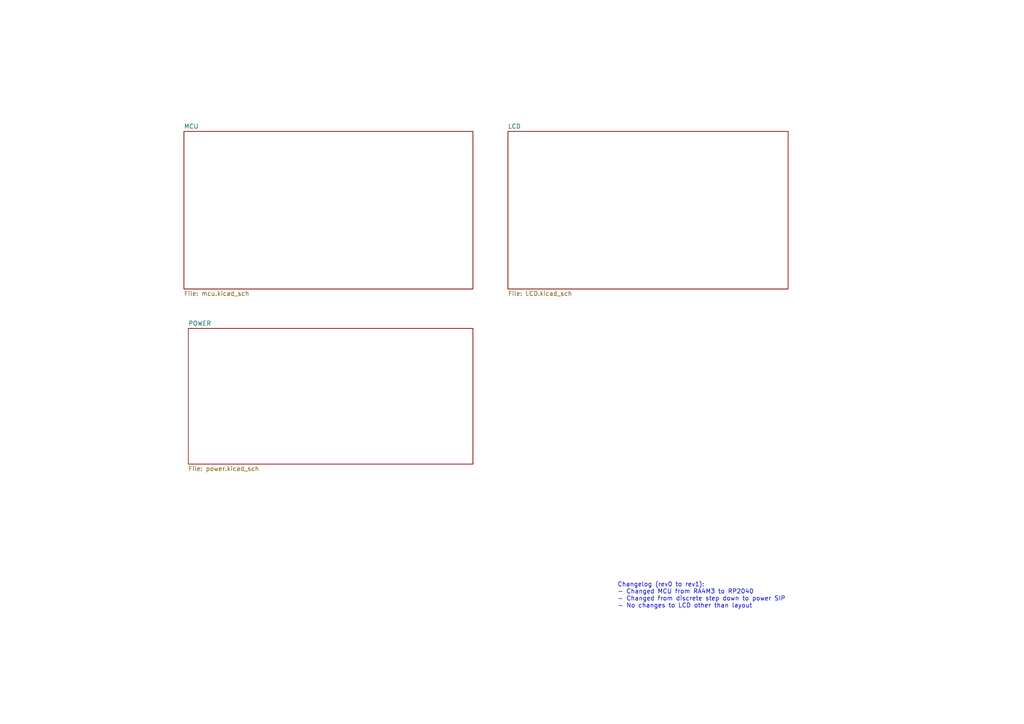
<source format=kicad_sch>
(kicad_sch (version 20211123) (generator eeschema)
  (paper "A4")
  (lib_symbols)
  (text "Changelog (rev0 to rev1):\n- Changed MCU from RA4M3 to RP2040\n- Changed from discrete step down to power SIP\n- No changes to LCD other than layout" (at 179.07 176.53 0) (effects (font (size 1.27 1.27)) (justify left bottom)))
  (sheet (at 53.34 38.1) (size 83.82 45.72) (stroke (width 0.1524))
    (property "Sheet name" "MCU" (at 53.34 37.3884 0) (effects (justify left bottom)))
    (property "Sheet file" "mcu.kicad_sch" (at 53.34 84.4046 0) (effects (justify left top)))
  )
  (sheet (at 147.32 38.1) (size 81.28 45.72) (stroke (width 0.1524))
    (property "Sheet name" "LCD" (at 147.32 37.3884 0) (effects (justify left bottom)))
    (property "Sheet file" "LCD.kicad_sch" (at 147.32 84.4046 0) (effects (justify left top)))
  )
  (sheet (at 54.61 95.25) (size 82.55 39.37) (stroke (width 0.1524))
    (property "Sheet name" "POWER" (at 54.61 94.5384 0) (effects (justify left bottom)))
    (property "Sheet file" "power.kicad_sch" (at 54.61 135.2046 0) (effects (justify left top)))
  )
)
</source>
